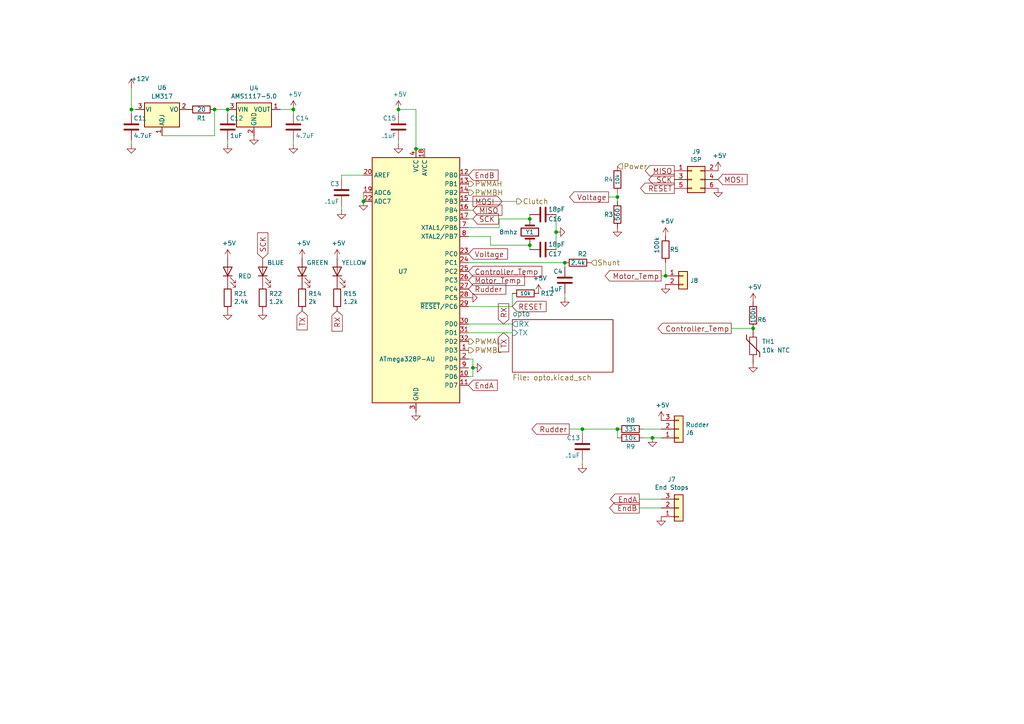
<source format=kicad_sch>
(kicad_sch (version 20231120) (generator "eeschema") (generator_version "8.0")
  (paper "A4")
  (title_block (date "16 nov 2017"))
  (lib_symbols
    (symbol "Connector_Generic:Conn_01x02" (pin_names (offset 1.016) hide)
      (property "Reference" "J" (at 0 2.54 0))
      (property "Value" "Conn_01x02" (at 0 -5.08 0))
      (symbol "Conn_01x02_1_1"
        (rectangle (start -1.27 -2.413) (end 0 -2.667) (stroke (width 0.1524)))
        (rectangle (start -1.27 0.127) (end 0 -0.127) (stroke (width 0.1524)))
        (rectangle (start -1.27 1.27) (end 1.27 -3.81) (stroke (width 0.254)) (fill (type background)))
        (pin passive line (at -5.08 0 0) (length 3.81) (name "Pin_1") (number "1"))
        (pin passive line (at -5.08 -2.54 0) (length 3.81) (name "Pin_2") (number "2"))
      )
    )
    (symbol "Connector_Generic:Conn_01x03" (pin_names (offset 1.016) hide)
      (property "Reference" "J" (at 0 5.08 0))
      (property "Value" "Conn_01x03" (at 0 -5.08 0))
      (symbol "Conn_01x03_1_1"
        (rectangle (start -1.27 -2.413) (end 0 -2.667) (stroke (width 0.1524)))
        (rectangle (start -1.27 0.127) (end 0 -0.127) (stroke (width 0.1524)))
        (rectangle (start -1.27 2.667) (end 0 2.413) (stroke (width 0.1524)))
        (rectangle (start -1.27 3.81) (end 1.27 -3.81) (stroke (width 0.254)) (fill (type background)))
        (pin passive line (at -5.08 2.54 0) (length 3.81) (name "Pin_1") (number "1"))
        (pin passive line (at -5.08 0 0) (length 3.81) (name "Pin_2") (number "2"))
        (pin passive line (at -5.08 -2.54 0) (length 3.81) (name "Pin_3") (number "3"))
      )
    )
    (symbol "Connector_Generic:Conn_02x03_Odd_Even" (pin_names (offset 1.016) hide)
      (property "Reference" "J" (at 1.27 5.08 0))
      (property "Value" "Conn_02x03_Odd_Even" (at 1.27 -5.08 0))
      (symbol "Conn_02x03_Odd_Even_1_1"
        (rectangle (start -1.27 -2.413) (end 0 -2.667) (stroke (width 0.1524)))
        (rectangle (start -1.27 0.127) (end 0 -0.127) (stroke (width 0.1524)))
        (rectangle (start -1.27 2.667) (end 0 2.413) (stroke (width 0.1524)))
        (rectangle (start -1.27 3.81) (end 3.81 -3.81) (stroke (width 0.254)) (fill (type background)))
        (rectangle (start 3.81 -2.413) (end 2.54 -2.667) (stroke (width 0.1524)))
        (rectangle (start 3.81 0.127) (end 2.54 -0.127) (stroke (width 0.1524)))
        (rectangle (start 3.81 2.667) (end 2.54 2.413) (stroke (width 0.1524)))
        (pin passive line (at -5.08 2.54 0) (length 3.81) (name "Pin_1") (number "1"))
        (pin passive line (at 7.62 2.54 180) (length 3.81) (name "Pin_2") (number "2"))
        (pin passive line (at -5.08 0 0) (length 3.81) (name "Pin_3") (number "3"))
        (pin passive line (at 7.62 0 180) (length 3.81) (name "Pin_4") (number "4"))
        (pin passive line (at -5.08 -2.54 0) (length 3.81) (name "Pin_5") (number "5"))
        (pin passive line (at 7.62 -2.54 180) (length 3.81) (name "Pin_6") (number "6"))
      )
    )
    (symbol "Device:C" (pin_numbers hide) (pin_names (offset 0.254))
      (property "Reference" "C" (at 0.635 2.54 0))
      (property "Value" "C" (at 0.635 -2.54 0))
      (symbol "C_0_1"
        (polyline (pts (xy -2.032 -0.762) (xy 2.032 -0.762)) (stroke (width 0.508)))
        (polyline (pts (xy -2.032 0.762) (xy 2.032 0.762)) (stroke (width 0.508)))
      )
      (symbol "C_1_1"
        (pin passive line (at 0 3.81 270) (length 2.794) (name "~") (number "1"))
        (pin passive line (at 0 -3.81 90) (length 2.794) (name "~") (number "2"))
      )
    )
    (symbol "Device:Crystal" (pin_numbers hide) (pin_names (offset 1.016) hide)
      (property "Reference" "Y" (at 0 3.81 0))
      (property "Value" "Crystal" (at 0 -3.81 0))
      (symbol "Crystal_0_1"
        (rectangle (start -1.143 2.54) (end 1.143 -2.54) (stroke (width 0.3048)))
        (polyline (pts (xy -2.54 0) (xy -1.905 0)))
        (polyline (pts (xy -1.905 -1.27) (xy -1.905 1.27)) (stroke (width 0.508)))
        (polyline (pts (xy 1.905 -1.27) (xy 1.905 1.27)) (stroke (width 0.508)))
        (polyline (pts (xy 2.54 0) (xy 1.905 0)))
      )
      (symbol "Crystal_1_1"
        (pin passive line (at -3.81 0 0) (length 1.27) (name "1") (number "1"))
        (pin passive line (at 3.81 0 180) (length 1.27) (name "2") (number "2"))
      )
    )
    (symbol "Device:LED" (pin_numbers hide) (pin_names (offset 1.016) hide)
      (property "Reference" "D" (at 0 2.54 0))
      (property "Value" "LED" (at 0 -2.54 0))
      (symbol "LED_0_1"
        (polyline (pts (xy -1.27 -1.27) (xy -1.27 1.27)) (stroke (width 0.254)))
        (polyline (pts (xy -1.27 0) (xy 1.27 0)))
        (polyline (pts (xy 1.27 -1.27) (xy 1.27 1.27) (xy -1.27 0) (xy 1.27 -1.27)) (stroke (width 0.254)))
        (polyline (pts (xy -3.048 -0.762) (xy -4.572 -2.286) (xy -3.81 -2.286) (xy -4.572 -2.286) (xy -4.572 -1.524)))
        (polyline (pts (xy -1.778 -0.762) (xy -3.302 -2.286) (xy -2.54 -2.286) (xy -3.302 -2.286) (xy -3.302 -1.524)))
      )
      (symbol "LED_1_1"
        (pin passive line (at -3.81 0 0) (length 2.54) (name "K") (number "1"))
        (pin passive line (at 3.81 0 180) (length 2.54) (name "A") (number "2"))
      )
    )
    (symbol "Device:R" (pin_numbers hide) (pin_names (offset 0))
      (property "Reference" "R" (at 2.032 0 90))
      (property "Value" "R" (at 0 0 90))
      (symbol "R_0_1"
        (rectangle (start -1.016 -2.54) (end 1.016 2.54) (stroke (width 0.254)))
      )
      (symbol "R_1_1"
        (pin passive line (at 0 3.81 270) (length 1.27) (name "~") (number "1"))
        (pin passive line (at 0 -3.81 90) (length 1.27) (name "~") (number "2"))
      )
    )
    (symbol "Device:Thermistor" (pin_numbers hide) (pin_names (offset 0))
      (property "Reference" "TH" (at 2.54 1.27 90))
      (property "Value" "Thermistor" (at -2.54 0 90))
      (symbol "Thermistor_0_1"
        (rectangle (start -1.016 2.54) (end 1.016 -2.54) (stroke (width 0.2032)))
        (polyline (pts (xy -1.905 3.175) (xy -1.905 1.905) (xy 1.905 -1.905) (xy 1.905 -3.175) (xy 1.905 -3.175)) (stroke (width 0.254)))
      )
      (symbol "Thermistor_1_1"
        (pin passive line (at 0 5.08 270) (length 2.54) (name "~") (number "1"))
        (pin passive line (at 0 -5.08 90) (length 2.54) (name "~") (number "2"))
      )
    )
    (symbol "MCU_Microchip_ATmega:ATmega328P-A"
      (property "Reference" "U" (at -12.7 36.83 0))
      (property "Value" "ATmega328P-A" (at 2.54 -36.83 0))
      (symbol "ATmega328P-A_0_1"
        (rectangle (start -12.7 -35.56) (end 12.7 35.56) (stroke (width 0.254)) (fill (type background)))
      )
      (symbol "ATmega328P-A_1_1"
        (pin bidirectional line (at 15.24 -20.32 180) (length 2.54) (name "PD3") (number "1"))
        (pin bidirectional line (at 15.24 -27.94 180) (length 2.54) (name "PD6") (number "10"))
        (pin bidirectional line (at 15.24 -30.48 180) (length 2.54) (name "PD7") (number "11"))
        (pin bidirectional line (at 15.24 30.48 180) (length 2.54) (name "PB0") (number "12"))
        (pin bidirectional line (at 15.24 27.94 180) (length 2.54) (name "PB1") (number "13"))
        (pin bidirectional line (at 15.24 25.4 180) (length 2.54) (name "PB2") (number "14"))
        (pin bidirectional line (at 15.24 22.86 180) (length 2.54) (name "PB3") (number "15"))
        (pin bidirectional line (at 15.24 20.32 180) (length 2.54) (name "PB4") (number "16"))
        (pin bidirectional line (at 15.24 17.78 180) (length 2.54) (name "PB5") (number "17"))
        (pin power_in line (at 2.54 38.1 270) (length 2.54) (name "AVCC") (number "18"))
        (pin input line (at -15.24 25.4 0) (length 2.54) (name "ADC6") (number "19"))
        (pin bidirectional line (at 15.24 -22.86 180) (length 2.54) (name "PD4") (number "2"))
        (pin passive line (at -15.24 30.48 0) (length 2.54) (name "AREF") (number "20"))
        (pin passive line (at 0 -38.1 90) (length 2.54) hide (name "GND") (number "21"))
        (pin input line (at -15.24 22.86 0) (length 2.54) (name "ADC7") (number "22"))
        (pin bidirectional line (at 15.24 7.62 180) (length 2.54) (name "PC0") (number "23"))
        (pin bidirectional line (at 15.24 5.08 180) (length 2.54) (name "PC1") (number "24"))
        (pin bidirectional line (at 15.24 2.54 180) (length 2.54) (name "PC2") (number "25"))
        (pin bidirectional line (at 15.24 0 180) (length 2.54) (name "PC3") (number "26"))
        (pin bidirectional line (at 15.24 -2.54 180) (length 2.54) (name "PC4") (number "27"))
        (pin bidirectional line (at 15.24 -5.08 180) (length 2.54) (name "PC5") (number "28"))
        (pin bidirectional line (at 15.24 -7.62 180) (length 2.54) (name "~{RESET}/PC6") (number "29"))
        (pin power_in line (at 0 -38.1 90) (length 2.54) (name "GND") (number "3"))
        (pin bidirectional line (at 15.24 -12.7 180) (length 2.54) (name "PD0") (number "30"))
        (pin bidirectional line (at 15.24 -15.24 180) (length 2.54) (name "PD1") (number "31"))
        (pin bidirectional line (at 15.24 -17.78 180) (length 2.54) (name "PD2") (number "32"))
        (pin power_in line (at 0 38.1 270) (length 2.54) (name "VCC") (number "4"))
        (pin passive line (at 0 -38.1 90) (length 2.54) hide (name "GND") (number "5"))
        (pin passive line (at 0 38.1 270) (length 2.54) hide (name "VCC") (number "6"))
        (pin bidirectional line (at 15.24 15.24 180) (length 2.54) (name "XTAL1/PB6") (number "7"))
        (pin bidirectional line (at 15.24 12.7 180) (length 2.54) (name "XTAL2/PB7") (number "8"))
        (pin bidirectional line (at 15.24 -25.4 180) (length 2.54) (name "PD5") (number "9"))
      )
    )
    (symbol "Regulator_Linear:AP2204RB-5.0" (pin_names (offset 0.254))
      (property "Reference" "U" (at -5.08 3.175 0))
      (property "Value" "AP2204RB-5.0" (at 0 3.175 0))
      (symbol "AP2204RB-5.0_0_1"
        (rectangle (start -5.08 1.905) (end 5.08 -5.08) (stroke (width 0.254)) (fill (type background)))
      )
      (symbol "AP2204RB-5.0_1_1"
        (pin power_out line (at 7.62 0 180) (length 2.54) (name "VOUT") (number "1"))
        (pin power_in line (at 0 -7.62 90) (length 2.54) (name "GND") (number "2"))
        (pin power_in line (at -7.62 0 0) (length 2.54) (name "VIN") (number "3"))
      )
    )
    (symbol "Regulator_Linear:LM317_TO-252" (pin_names (offset 0.254))
      (property "Reference" "U" (at -3.81 3.175 0))
      (property "Value" "LM317_TO-252" (at 0 3.175 0))
      (symbol "LM317_TO-252_0_1"
        (rectangle (start -5.08 1.905) (end 5.08 -5.08) (stroke (width 0.254)) (fill (type background)))
      )
      (symbol "LM317_TO-252_1_1"
        (pin input line (at 0 -7.62 90) (length 2.54) (name "ADJ") (number "1"))
        (pin power_out line (at 7.62 0 180) (length 2.54) (name "VO") (number "2"))
        (pin power_in line (at -7.62 0 0) (length 2.54) (name "VI") (number "3"))
      )
    )
    (symbol "power:+12V" (power) (pin_numbers hide) (pin_names (offset 0) hide)
      (property "Value" "+12V" (at 0 3.556 0))
      (symbol "+12V_0_1"
        (polyline (pts (xy -0.762 1.27) (xy 0 2.54)))
        (polyline (pts (xy 0 0) (xy 0 2.54)))
        (polyline (pts (xy 0 2.54) (xy 0.762 1.27)))
      )
      (symbol "+12V_1_1"
        (pin power_in line (at 0 0 90) (length 0) (name "~") (number "1"))
      )
    )
    (symbol "power:+5V" (power) (pin_numbers hide) (pin_names (offset 0) hide)
      (property "Value" "+5V" (at 0 3.556 0))
      (symbol "+5V_0_1"
        (polyline (pts (xy -0.762 1.27) (xy 0 2.54)))
        (polyline (pts (xy 0 0) (xy 0 2.54)))
        (polyline (pts (xy 0 2.54) (xy 0.762 1.27)))
      )
      (symbol "+5V_1_1"
        (pin power_in line (at 0 0 90) (length 0) (name "~") (number "1"))
      )
    )
    (symbol "power:GND" (power) (pin_numbers hide) (pin_names (offset 0) hide)
      (property "Value" "GND" (at 0 -3.81 0))
      (symbol "GND_0_1"
        (polyline (pts (xy 0 0) (xy 0 -1.27) (xy 1.27 -1.27) (xy 0 -2.54) (xy -1.27 -1.27) (xy 0 -1.27)))
      )
      (symbol "GND_1_1"
        (pin power_in line (at 0 0 270) (length 0) (name "~") (number "1"))
      )
    )
  )
  (junction (at 85.09 31.75))
  (junction (at 115.57 31.75))
  (junction (at 218.44 95.25))
  (junction (at 137.16 106.68))
  (junction (at 189.23 127))
  (junction (at 120.65 43.18))
  (junction (at 153.67 71.12))
  (junction (at 163.83 76.2))
  (junction (at 179.07 124.46))
  (junction (at 161.29 67.31))
  (junction (at 193.04 80.01))
  (junction (at 66.04 31.75))
  (junction (at 105.41 58.42))
  (junction (at 38.1 31.75))
  (junction (at 153.67 63.5))
  (junction (at 179.07 57.15))
  (junction (at 62.23 31.75))
  (junction (at 168.91 124.46))
  (wire (pts (xy 137.16 104.14) (xy 137.16 106.68)))
  (wire (pts (xy 193.04 80.01) (xy 193.04 76.2)))
  (wire (pts (xy 165.1 124.46) (xy 168.91 124.46)))
  (wire (pts (xy 179.07 127) (xy 179.07 124.46)))
  (wire (pts (xy 85.09 40.64) (xy 85.09 41.91)))
  (wire (pts (xy 115.57 31.75) (xy 115.57 33.02)))
  (wire (pts (xy 38.1 31.75) (xy 38.1 33.02)))
  (wire (pts (xy 142.24 71.12) (xy 142.24 68.58)))
  (wire (pts (xy 120.65 31.75) (xy 120.65 43.18)))
  (wire (pts (xy 148.59 93.98) (xy 135.89 93.98)))
  (wire (pts (xy 38.1 40.64) (xy 38.1 41.91)))
  (wire (pts (xy 168.91 133.35) (xy 168.91 134.62)))
  (wire (pts (xy 153.67 71.12) (xy 153.67 72.39)))
  (wire (pts (xy 99.06 59.69) (xy 99.06 60.96)))
  (wire (pts (xy 135.89 88.9) (xy 148.59 88.9)))
  (wire (pts (xy 144.78 66.04) (xy 144.78 63.5)))
  (wire (pts (xy 212.09 95.25) (xy 218.44 95.25)))
  (wire (pts (xy 135.89 58.42) (xy 149.86 58.42)))
  (wire (pts (xy 62.23 31.75) (xy 66.04 31.75)))
  (wire (pts (xy 105.41 58.42) (xy 105.41 55.88)))
  (wire (pts (xy 99.06 50.8) (xy 99.06 52.07)))
  (wire (pts (xy 191.77 80.01) (xy 193.04 80.01)))
  (wire (pts (xy 161.29 62.23) (xy 161.29 67.31)))
  (wire (pts (xy 38.1 31.75) (xy 38.1 25.4)))
  (wire (pts (xy 168.91 124.46) (xy 179.07 124.46)))
  (wire (pts (xy 46.99 39.37) (xy 62.23 39.37)))
  (wire (pts (xy 99.06 50.8) (xy 105.41 50.8)))
  (wire (pts (xy 148.59 88.9) (xy 148.59 85.09)))
  (wire (pts (xy 168.91 124.46) (xy 168.91 125.73)))
  (wire (pts (xy 153.67 63.5) (xy 153.67 62.23)))
  (wire (pts (xy 179.07 57.15) (xy 176.53 57.15)))
  (wire (pts (xy 137.16 60.96) (xy 135.89 60.96)))
  (wire (pts (xy 85.09 31.75) (xy 81.28 31.75)))
  (wire (pts (xy 148.59 96.52) (xy 135.89 96.52)))
  (wire (pts (xy 66.04 31.75) (xy 66.04 33.02)))
  (wire (pts (xy 135.89 76.2) (xy 163.83 76.2)))
  (wire (pts (xy 161.29 67.31) (xy 161.29 72.39)))
  (wire (pts (xy 137.16 63.5) (xy 135.89 63.5)))
  (wire (pts (xy 142.24 68.58) (xy 135.89 68.58)))
  (wire (pts (xy 120.65 43.18) (xy 123.19 43.18)))
  (wire (pts (xy 115.57 40.64) (xy 115.57 41.91)))
  (wire (pts (xy 144.78 63.5) (xy 153.67 63.5)))
  (wire (pts (xy 185.42 144.78) (xy 191.77 144.78)))
  (wire (pts (xy 135.89 104.14) (xy 137.16 104.14)))
  (wire (pts (xy 163.83 85.09) (xy 163.83 86.36)))
  (wire (pts (xy 137.16 106.68) (xy 137.16 109.22)))
  (wire (pts (xy 85.09 31.75) (xy 85.09 33.02)))
  (wire (pts (xy 189.23 127) (xy 186.69 127)))
  (wire (pts (xy 115.57 31.75) (xy 120.65 31.75)))
  (wire (pts (xy 191.77 147.32) (xy 185.42 147.32)))
  (wire (pts (xy 39.37 31.75) (xy 38.1 31.75)))
  (wire (pts (xy 62.23 39.37) (xy 62.23 31.75)))
  (wire (pts (xy 153.67 71.12) (xy 142.24 71.12)))
  (wire (pts (xy 137.16 109.22) (xy 135.89 109.22)))
  (wire (pts (xy 179.07 57.15) (xy 179.07 58.42)))
  (wire (pts (xy 66.04 40.64) (xy 66.04 41.91)))
  (wire (pts (xy 163.83 76.2) (xy 163.83 77.47)))
  (wire (pts (xy 179.07 55.88) (xy 179.07 57.15)))
  (wire (pts (xy 135.89 66.04) (xy 144.78 66.04)))
  (wire (pts (xy 186.69 124.46) (xy 191.77 124.46)))
  (wire (pts (xy 189.23 127) (xy 191.77 127)))
  (global_label "EndB" (shape output) (at 185.42 147.32 180) (effects (font (size 1.524 1.524))) (property "Intersheetrefs" "${INTERSHEET_REFS}" (effects (hide yes))))
  (global_label "MISO" (shape output) (at 195.58 49.53 180) (effects (font (size 1.524 1.524))) (property "Intersheetrefs" "${INTERSHEET_REFS}" (effects (hide yes))))
  (global_label "SCK" (shape input) (at 137.16 63.5 0) (effects (font (size 1.524 1.524))) (property "Intersheetrefs" "${INTERSHEET_REFS}" (effects (hide yes))))
  (global_label "Controller_Temp" (shape output) (at 212.09 95.25 180) (effects (font (size 1.524 1.524))) (property "Intersheetrefs" "${INTERSHEET_REFS}" (effects (hide yes))))
  (global_label "Voltage" (shape output) (at 176.53 57.15 180) (effects (font (size 1.524 1.524))) (property "Intersheetrefs" "${INTERSHEET_REFS}" (effects (hide yes))))
  (global_label "Controller_Temp" (shape input) (at 135.89 78.74 0) (effects (font (size 1.524 1.524))) (property "Intersheetrefs" "${INTERSHEET_REFS}" (effects (hide yes))))
  (global_label "MISO" (shape input) (at 137.16 60.96 0) (effects (font (size 1.524 1.524))) (property "Intersheetrefs" "${INTERSHEET_REFS}" (effects (hide yes))))
  (global_label "EndA" (shape input) (at 135.89 111.76 0) (effects (font (size 1.524 1.524))) (property "Intersheetrefs" "${INTERSHEET_REFS}" (effects (hide yes))))
  (global_label "TX" (shape input) (at 87.63 90.17 270) (effects (font (size 1.524 1.524))) (property "Intersheetrefs" "${INTERSHEET_REFS}" (effects (hide yes))))
  (global_label "RX" (shape input) (at 97.79 90.17 270) (effects (font (size 1.524 1.524))) (property "Intersheetrefs" "${INTERSHEET_REFS}" (effects (hide yes))))
  (global_label "Motor_Temp" (shape output) (at 191.77 80.01 180) (effects (font (size 1.524 1.524))) (property "Intersheetrefs" "${INTERSHEET_REFS}" (effects (hide yes))))
  (global_label "RESET" (shape input) (at 148.59 88.9 0) (effects (font (size 1.524 1.524))) (property "Intersheetrefs" "${INTERSHEET_REFS}" (effects (hide yes))))
  (global_label "Voltage" (shape input) (at 135.89 73.66 0) (effects (font (size 1.524 1.524))) (property "Intersheetrefs" "${INTERSHEET_REFS}" (effects (hide yes))))
  (global_label "MOSI" (shape input) (at 208.28 52.07 0) (effects (font (size 1.524 1.524))) (property "Intersheetrefs" "${INTERSHEET_REFS}" (effects (hide yes))))
  (global_label "Rudder" (shape input) (at 135.89 83.82 0) (effects (font (size 1.524 1.524))) (property "Intersheetrefs" "${INTERSHEET_REFS}" (effects (hide yes))))
  (global_label "SCK" (shape input) (at 76.2 74.93 90) (effects (font (size 1.524 1.524))) (property "Intersheetrefs" "${INTERSHEET_REFS}" (effects (hide yes))))
  (global_label "Motor_Temp" (shape input) (at 135.89 81.28 0) (effects (font (size 1.524 1.524))) (property "Intersheetrefs" "${INTERSHEET_REFS}" (effects (hide yes))))
  (global_label "TX" (shape input) (at 146.05 96.52 270) (effects (font (size 1.524 1.524))) (property "Intersheetrefs" "${INTERSHEET_REFS}" (effects (hide yes))))
  (global_label "Rudder" (shape output) (at 165.1 124.46 180) (effects (font (size 1.524 1.524))) (property "Intersheetrefs" "${INTERSHEET_REFS}" (effects (hide yes))))
  (global_label "RX" (shape input) (at 146.05 93.98 90) (effects (font (size 1.524 1.524))) (property "Intersheetrefs" "${INTERSHEET_REFS}" (effects (hide yes))))
  (global_label "EndA" (shape output) (at 185.42 144.78 180) (effects (font (size 1.524 1.524))) (property "Intersheetrefs" "${INTERSHEET_REFS}" (effects (hide yes))))
  (global_label "SCK" (shape output) (at 195.58 52.07 180) (effects (font (size 1.524 1.524))) (property "Intersheetrefs" "${INTERSHEET_REFS}" (effects (hide yes))))
  (global_label "MOSI" (shape output) (at 137.16 58.42 0) (effects (font (size 1.524 1.524))) (property "Intersheetrefs" "${INTERSHEET_REFS}" (effects (hide yes))))
  (global_label "RESET" (shape output) (at 195.58 54.61 180) (effects (font (size 1.524 1.524))) (property "Intersheetrefs" "${INTERSHEET_REFS}" (effects (hide yes))))
  (global_label "EndB" (shape input) (at 135.89 50.8 0) (effects (font (size 1.524 1.524))) (property "Intersheetrefs" "${INTERSHEET_REFS}" (effects (hide yes))))
  (hierarchical_label "PWMAL" (shape output) (at 135.89 99.06 0) (effects (font (size 1.524 1.524))))
  (hierarchical_label "Power" (shape input) (at 179.07 48.26 0) (effects (font (size 1.524 1.524))))
  (hierarchical_label "Shunt" (shape input) (at 171.45 76.2 0) (effects (font (size 1.524 1.524))))
  (hierarchical_label "Clutch" (shape output) (at 149.86 58.42 0) (effects (font (size 1.524 1.524))))
  (hierarchical_label "PWMAH" (shape output) (at 135.89 53.34 0) (effects (font (size 1.524 1.524))))
  (hierarchical_label "PWMBL" (shape output) (at 135.89 101.6 0) (effects (font (size 1.524 1.524))))
  (hierarchical_label "PWMBH" (shape output) (at 135.89 55.88 0) (effects (font (size 1.524 1.524))))
  (symbol (lib_id "power:GND") (at 191.77 149.86 0) (unit 1)
    (property "Reference" "#PWR04" (effects (hide yes)))
    (property "Value" "GND" (effects (hide yes)))
  )
  (symbol (lib_id "Device:R") (at 167.64 76.2 270) (unit 1)
    (property "Reference" "R2" (at 168.91 73.66 90))
    (property "Value" "2.4k" (at 167.64 76.2 90))
    (property "Footprint" "Resistor_SMD:R_0805_2012Metric" (effects (hide yes)))
    (property "LCSC" "C17526" (effects (hide yes)))
  )
  (symbol (lib_id "power:GND") (at 120.65 119.38 0) (unit 1)
    (property "Reference" "#PWR06" (effects (hide yes)))
    (property "Value" "GND" (effects (hide yes)))
  )
  (symbol (lib_id "Device:Thermistor") (at 218.44 100.33 0) (unit 1)
    (property "Reference" "TH1" (at 220.98 99.06 0) (effects (justify left)))
    (property "Value" "10k NTC" (at 220.98 101.6 0) (effects (justify left)))
    (property "Footprint" "Resistor_SMD:R_0805_2012Metric" (effects (hide yes)))
    (property "Datasheet" "C51597, C72672" (effects (hide yes)))
    (property "LCSC" "C72672" (effects (hide yes)))
  )
  (symbol (lib_id "Connector_Generic:Conn_01x02") (at 198.12 80.01 0) (unit 1)
    (property "Reference" "J8" (at 200.152 81.3816 0) (effects (justify left)))
    (property "Value" "Conn_01x02" (effects (hide yes)))
    (property "Footprint" "Connector_PinHeader_2.54mm:PinHeader_1x02_P2.54mm_Vertical" (effects (hide yes)))
  )
  (symbol (lib_id "Device:R") (at 218.44 91.44 0) (unit 1)
    (property "Reference" "R6" (at 220.98 92.71 0))
    (property "Value" "100k" (at 218.44 91.44 90))
    (property "Footprint" "Resistor_SMD:R_0805_2012Metric" (effects (hide yes)))
    (property "LCSC" "C149504" (effects (hide yes)))
  )
  (symbol (lib_id "power:GND") (at 193.04 82.55 0) (unit 1)
    (property "Reference" "#PWR07" (effects (hide yes)))
    (property "Value" "GND" (effects (hide yes)))
  )
  (symbol (lib_id "Connector_Generic:Conn_01x03") (at 196.85 124.46 0) (mirror x) (unit 1)
    (property "Reference" "J6" (at 198.8566 125.5268 0) (effects (justify left)))
    (property "Value" "Rudder" (at 198.8566 123.2154 0) (effects (justify left)))
    (property "Footprint" "Connector_PinHeader_2.54mm:PinHeader_1x03_P2.54mm_Vertical" (effects (hide yes)))
  )
  (symbol (lib_id "power:GND") (at 189.23 127 0) (unit 1)
    (property "Reference" "#PWR08" (effects (hide yes)))
    (property "Value" "GND" (effects (hide yes)))
  )
  (symbol (lib_id "Device:R") (at 182.88 124.46 90) (unit 1)
    (property "Reference" "R8" (at 182.88 121.92 90))
    (property "Value" "33k" (at 182.88 124.46 90))
    (property "Footprint" "Resistor_SMD:R_0805_2012Metric" (effects (hide yes)))
    (property "LCSC" "C17633" (effects (hide yes)))
  )
  (symbol (lib_id "Device:R") (at 182.88 127 90) (unit 1)
    (property "Reference" "R9" (at 182.88 129.54 90))
    (property "Value" "10k" (at 182.88 127 90))
    (property "Footprint" "Resistor_SMD:R_0805_2012Metric" (effects (hide yes)))
    (property "LCSC" "C17414" (effects (hide yes)))
  )
  (symbol (lib_id "Device:R") (at 58.42 31.75 90) (unit 1)
    (property "Reference" "R1" (at 58.42 34.29 90))
    (property "Value" "20" (at 58.42 31.75 90))
    (property "Footprint" "Resistor_SMD:R_1206_3216Metric" (effects (hide yes)))
    (property "LCSC" "C17955" (effects (hide yes)))
  )
  (symbol (lib_id "power:+12V") (at 38.1 25.4 0) (unit 1)
    (property "Reference" "#PWR028" (effects (hide yes)))
    (property "Value" "+12V" (at 40.64 22.86 0))
  )
  (symbol (lib_id "Connector_Generic:Conn_01x03") (at 196.85 147.32 0) (mirror x) (unit 1)
    (property "Reference" "J7" (at 194.818 139.065 0))
    (property "Value" "End Stops" (at 194.818 141.3764 0))
    (property "Footprint" "Connector_PinHeader_2.54mm:PinHeader_1x03_P2.54mm_Vertical" (effects (hide yes)))
  )
  (symbol (lib_id "power:GND") (at 179.07 66.04 0) (unit 1)
    (property "Reference" "#PWR0114" (effects (hide yes)))
    (property "Value" "GND" (effects (hide yes)))
  )
  (symbol (lib_id "power:GND") (at 218.44 105.41 0) (unit 1)
    (property "Reference" "#PWR0115" (effects (hide yes)))
    (property "Value" "GND" (effects (hide yes)))
  )
  (symbol (lib_id "Device:R") (at 193.04 72.39 0) (unit 1)
    (property "Reference" "R5" (at 195.58 72.39 0))
    (property "Value" "100k" (at 190.5 71.12 90))
    (property "Footprint" "Resistor_SMD:R_0805_2012Metric" (effects (hide yes)))
    (property "LCSC" "C149504" (effects (hide yes)))
  )
  (symbol (lib_id "power:GND") (at 73.66 39.37 0) (unit 1)
    (property "Reference" "#PWR0118" (effects (hide yes)))
    (property "Value" "GND" (effects (hide yes)))
  )
  (symbol (lib_id "Device:C") (at 99.06 55.88 0) (mirror y) (unit 1)
    (property "Reference" "C3" (at 98.425 53.34 0) (effects (justify left)))
    (property "Value" ".1uF" (at 98.425 58.42 0) (effects (justify left)))
    (property "Footprint" "Capacitor_SMD:C_0805_2012Metric" (effects (hide yes)))
    (property "Description" "Unpolarized capacitor" (effects (hide yes)))
    (property "LCSC" "C49678" (effects (hide yes)))
  )
  (symbol (lib_id "power:GND") (at 99.06 60.96 0) (unit 1)
    (property "Reference" "#PWR0119" (effects (hide yes)))
    (property "Value" "GND" (effects (hide yes)))
  )
  (symbol (lib_id "Connector_Generic:Conn_02x03_Odd_Even") (at 200.66 52.07 0) (unit 1)
    (property "Reference" "J9" (at 201.93 44.0182 0))
    (property "Value" "ISP" (at 201.93 46.3296 0))
    (property "Footprint" "Connector_PinHeader_2.54mm:PinHeader_2x03_P2.54mm_Vertical_SMD" (effects (hide yes)))
    (property "Description" "Generic connector, double row, 02x03, odd/even pin numbering scheme (row 1 odd numbers, row 2 even numbers), script generated (kicad-library-utils/schlib/autogen/connector/)" (effects (hide yes)))
    (property "LCSC" "C192301" (effects (hide yes)))
  )
  (symbol (lib_id "power:GND") (at 208.28 54.61 0) (unit 1)
    (property "Reference" "#PWR0121" (effects (hide yes)))
    (property "Value" "GND" (effects (hide yes)))
  )
  (symbol (lib_id "Device:C") (at 85.09 36.83 0) (unit 1)
    (property "Reference" "C14" (at 85.725 34.29 0) (effects (justify left)))
    (property "Value" "4.7uF" (at 85.725 39.37 0) (effects (justify left)))
    (property "Footprint" "Capacitor_SMD:C_1206_3216Metric" (effects (hide yes)))
    (property "Description" "Unpolarized capacitor" (effects (hide yes)))
    (property "LCSC" " C29823" (effects (hide yes)))
  )
  (symbol (lib_id "Device:R") (at 152.4 85.09 90) (mirror x) (unit 1)
    (property "Reference" "R12" (at 158.75 85.09 90))
    (property "Value" "10k" (at 152.4 85.09 90) (effects (font (size 1.0922 1.0922))))
    (property "Footprint" "Resistor_SMD:R_0805_2012Metric" (effects (hide yes)))
    (property "LCSC" "C17414" (effects (hide yes)))
  )
  (symbol (lib_id "power:GND") (at 85.09 41.91 0) (unit 1)
    (property "Reference" "#PWR0127" (effects (hide yes)))
    (property "Value" "GND" (effects (hide yes)))
  )
  (symbol (lib_id "Device:LED") (at 66.04 78.74 90) (unit 1)
    (property "Reference" "LED1" (effects (hide yes)))
    (property "Value" "RED" (at 69.0372 80.0862 90) (effects (justify right)))
    (property "Footprint" "LED_SMD:LED_0805_2012Metric" (effects (hide yes)))
    (property "LCSC" "C84256" (effects (hide yes)))
  )
  (symbol (lib_id "Device:R") (at 66.04 86.36 0) (unit 1)
    (property "Reference" "R21" (at 67.818 85.1916 0) (effects (justify left)))
    (property "Value" "2.4k" (at 67.818 87.503 0) (effects (justify left)))
    (property "Footprint" "Resistor_SMD:R_0805_2012Metric" (effects (hide yes)))
    (property "LCSC" "C17526" (effects (hide yes)))
  )
  (symbol (lib_id "power:GND") (at 66.04 90.17 0) (unit 1)
    (property "Reference" "#PWR0103" (effects (hide yes)))
    (property "Value" "GND" (effects (hide yes)))
  )
  (symbol (lib_id "Device:LED") (at 76.2 78.74 90) (unit 1)
    (property "Reference" "LED2" (effects (hide yes)))
    (property "Value" "BLUE" (at 77.47 76.2 90) (effects (justify right)))
    (property "Footprint" "LED_SMD:LED_0603_1608Metric" (effects (hide yes)))
    (property "LCSC" "C2290" (effects (hide yes)))
  )
  (symbol (lib_id "Device:R") (at 76.2 86.36 0) (unit 1)
    (property "Reference" "R22" (at 77.978 85.1916 0) (effects (justify left)))
    (property "Value" "1.2k" (at 77.978 87.503 0) (effects (justify left)))
    (property "Footprint" "Resistor_SMD:R_0805_2012Metric" (effects (hide yes)))
    (property "LCSC" "C17379" (effects (hide yes)))
  )
  (symbol (lib_id "power:GND") (at 76.2 90.17 0) (unit 1)
    (property "Reference" "#PWR0105" (effects (hide yes)))
    (property "Value" "GND" (effects (hide yes)))
  )
  (symbol (lib_id "Device:C") (at 38.1 36.83 0) (unit 1)
    (property "Reference" "C11" (at 38.735 34.29 0) (effects (justify left)))
    (property "Value" "4.7uF" (at 38.735 39.37 0) (effects (justify left)))
    (property "Footprint" "Capacitor_SMD:C_1206_3216Metric" (effects (hide yes)))
    (property "Description" "Unpolarized capacitor" (effects (hide yes)))
    (property "LCSC" " C29823" (effects (hide yes)))
  )
  (symbol (lib_id "power:GND") (at 38.1 41.91 0) (unit 1)
    (property "Reference" "#PWR0101" (effects (hide yes)))
    (property "Value" "GND" (effects (hide yes)))
  )
  (symbol (lib_id "power:GND") (at 137.16 106.68 90) (unit 1)
    (property "Reference" "#PWR0116" (effects (hide yes)))
    (property "Value" "GND" (effects (hide yes)))
  )
  (symbol (lib_id "power:+5V") (at 191.77 121.92 0) (unit 1)
    (property "Reference" "#PWR0120" (effects (hide yes)))
    (property "Value" "+5V" (at 192.151 117.5258 0))
  )
  (symbol (lib_id "Device:C") (at 157.48 72.39 270) (unit 1)
    (property "Reference" "C17" (at 159.004 73.66 90) (effects (justify left)))
    (property "Value" "18pF" (at 159.004 70.866 90) (effects (justify left)))
    (property "Footprint" "Capacitor_SMD:C_0805_2012Metric" (effects (hide yes)))
    (property "Description" "Unpolarized capacitor" (effects (hide yes)))
    (property "LCSC" "C1792" (effects (hide yes)))
  )
  (symbol (lib_id "Device:Crystal") (at 153.67 67.31 270) (unit 1)
    (property "Reference" "Y1" (at 152.4 67.31 90) (effects (justify left)))
    (property "Value" "8mhz" (at 144.78 67.31 90) (effects (justify left)))
    (property "Footprint" "Crystal:Crystal_SMD_5032-2Pin_5.0x3.2mm" (effects (hide yes)))
    (property "LCSC" "C115962" (effects (hide yes)))
  )
  (symbol (lib_id "power:GND") (at 161.29 67.31 90) (unit 1)
    (property "Reference" "#PWR0122" (effects (hide yes)))
    (property "Value" "GND" (effects (hide yes)))
  )
  (symbol (lib_id "Device:C") (at 157.48 62.23 270) (unit 1)
    (property "Reference" "C16" (at 159.004 63.5 90) (effects (justify left)))
    (property "Value" "18pF" (at 159.004 60.706 90) (effects (justify left)))
    (property "Footprint" "Capacitor_SMD:C_0805_2012Metric" (effects (hide yes)))
    (property "Description" "Unpolarized capacitor" (effects (hide yes)))
    (property "LCSC" "C1797" (effects (hide yes)))
  )
  (symbol (lib_id "power:+5V") (at 115.57 31.75 0) (unit 1)
    (property "Reference" "#PWR0129" (effects (hide yes)))
    (property "Value" "+5V" (at 115.951 27.3558 0))
  )
  (symbol (lib_id "power:+5V") (at 85.09 31.75 0) (unit 1)
    (property "Reference" "#PWR0130" (effects (hide yes)))
    (property "Value" "+5V" (at 85.471 27.3558 0))
  )
  (symbol (lib_id "Regulator_Linear:LM317_TO-252") (at 46.99 31.75 0) (unit 1)
    (property "Reference" "U6" (at 46.99 25.4 0))
    (property "Value" "LM317" (at 46.99 27.94 0))
    (property "Footprint" "Package_TO_SOT_SMD:TO-252-2" (effects (hide yes)))
    (property "Datasheet" "C75510" (effects (hide yes)))
    (property "LCSC" "C68136" (effects (hide yes)))
  )
  (symbol (lib_id "power:+5V") (at 66.04 74.93 0) (unit 1)
    (property "Reference" "#PWR0104" (effects (hide yes)))
    (property "Value" "+5V" (at 66.421 70.5358 0))
  )
  (symbol (lib_id "power:+5V") (at 193.04 68.58 0) (unit 1)
    (property "Reference" "#PWR0107" (effects (hide yes)))
    (property "Value" "+5V" (at 193.421 64.1858 0))
  )
  (symbol (lib_id "power:+5V") (at 156.21 85.09 0) (unit 1)
    (property "Reference" "#PWR0124" (effects (hide yes)))
    (property "Value" "+5V" (at 156.591 80.6958 0))
  )
  (symbol (lib_id "Device:C") (at 66.04 36.83 0) (unit 1)
    (property "Reference" "C12" (at 66.675 34.29 0) (effects (justify left)))
    (property "Value" "1uF" (at 66.675 39.37 0) (effects (justify left)))
    (property "Footprint" "Capacitor_SMD:C_0805_2012Metric" (effects (hide yes)))
    (property "Description" "Unpolarized capacitor" (effects (hide yes)))
    (property "LCSC" "C28323" (effects (hide yes)))
  )
  (symbol (lib_id "power:GND") (at 115.57 41.91 0) (unit 1)
    (property "Reference" "#PWR0112" (effects (hide yes)))
    (property "Value" "GND" (effects (hide yes)))
  )
  (symbol (lib_id "power:+5V") (at 208.28 49.53 0) (unit 1)
    (property "Reference" "#PWR0113" (effects (hide yes)))
    (property "Value" "+5V" (at 208.661 45.1358 0))
  )
  (symbol (lib_id "power:+5V") (at 218.44 87.63 0) (unit 1)
    (property "Reference" "#PWR0102" (effects (hide yes)))
    (property "Value" "+5V" (at 218.821 83.2358 0))
  )
  (symbol (lib_id "power:GND") (at 66.04 41.91 0) (unit 1)
    (property "Reference" "#PWR01" (effects (hide yes)))
    (property "Value" "GND" (effects (hide yes)))
  )
  (symbol (lib_id "Device:C") (at 115.57 36.83 0) (mirror y) (unit 1)
    (property "Reference" "C15" (at 114.935 34.29 0) (effects (justify left)))
    (property "Value" ".1uF" (at 114.935 39.37 0) (effects (justify left)))
    (property "Footprint" "Capacitor_SMD:C_0805_2012Metric" (effects (hide yes)))
    (property "Description" "Unpolarized capacitor" (effects (hide yes)))
    (property "LCSC" "C49678" (effects (hide yes)))
  )
  (symbol (lib_id "Device:LED") (at 87.63 78.74 90) (unit 1)
    (property "Reference" "LED3" (effects (hide yes)))
    (property "Value" "GREEN" (at 88.9 76.2 90) (effects (justify right)))
    (property "Footprint" "LED_SMD:LED_0805_2012Metric" (effects (hide yes)))
    (property "LCSC" "C2297" (effects (hide yes)))
  )
  (symbol (lib_id "power:GND") (at 135.89 86.36 90) (unit 1)
    (property "Reference" "#PWR0109" (effects (hide yes)))
    (property "Value" "GND" (effects (hide yes)))
  )
  (symbol (lib_id "Device:R") (at 179.07 62.23 180) (unit 1)
    (property "Reference" "R3" (at 176.53 62.23 0))
    (property "Value" "560" (at 179.07 62.23 90))
    (property "Footprint" "Resistor_SMD:R_0805_2012Metric" (effects (hide yes)))
    (property "LCSC" "C28636" (effects (hide yes)))
  )
  (symbol (lib_id "Device:R") (at 179.07 52.07 0) (mirror y) (unit 1)
    (property "Reference" "R4" (at 176.53 52.07 0))
    (property "Value" "10k" (at 179.07 52.07 90) (effects (font (size 1.0922 1.0922))))
    (property "Footprint" "Resistor_SMD:R_0805_2012Metric" (effects (hide yes)))
    (property "LCSC" "C17414" (effects (hide yes)))
  )
  (symbol (lib_id "power:+5V") (at 87.63 74.93 0) (unit 1)
    (property "Reference" "#PWR0106" (effects (hide yes)))
    (property "Value" "+5V" (at 88.011 70.5358 0))
  )
  (symbol (lib_id "Device:LED") (at 97.79 78.74 90) (unit 1)
    (property "Reference" "LED4" (effects (hide yes)))
    (property "Value" "YELLOW" (at 99.06 76.2 90) (effects (justify right)))
    (property "Footprint" "LED_SMD:LED_0805_2012Metric" (effects (hide yes)))
    (property "LCSC" " C2296" (effects (hide yes)))
  )
  (symbol (lib_id "power:+5V") (at 97.79 74.93 0) (unit 1)
    (property "Reference" "#PWR0108" (effects (hide yes)))
    (property "Value" "+5V" (at 98.171 70.5358 0))
  )
  (symbol (lib_id "power:GND") (at 105.41 58.42 0) (unit 1)
    (property "Reference" "#PWR0110" (effects (hide yes)))
    (property "Value" "GND" (effects (hide yes)))
  )
  (symbol (lib_id "Device:R") (at 87.63 86.36 0) (unit 1)
    (property "Reference" "R14" (at 89.408 85.1916 0) (effects (justify left)))
    (property "Value" "2k" (at 89.408 87.503 0) (effects (justify left)))
    (property "Footprint" "Resistor_SMD:R_0805_2012Metric" (effects (hide yes)))
    (property "LCSC" "C17604" (effects (hide yes)))
  )
  (symbol (lib_id "Device:R") (at 97.79 86.36 0) (unit 1)
    (property "Reference" "R15" (at 99.568 85.1916 0) (effects (justify left)))
    (property "Value" "1.2k" (at 99.568 87.503 0) (effects (justify left)))
    (property "Footprint" "Resistor_SMD:R_0805_2012Metric" (effects (hide yes)))
    (property "LCSC" "C17379" (effects (hide yes)))
  )
  (symbol (lib_id "Device:C") (at 163.83 81.28 0) (mirror y) (unit 1)
    (property "Reference" "C4" (at 163.195 78.74 0) (effects (justify left)))
    (property "Value" ".1uF" (at 163.195 83.82 0) (effects (justify left)))
    (property "Footprint" "Capacitor_SMD:C_0805_2012Metric" (effects (hide yes)))
    (property "Description" "Unpolarized capacitor" (effects (hide yes)))
    (property "LCSC" "C49678" (effects (hide yes)))
  )
  (symbol (lib_id "power:GND") (at 163.83 86.36 0) (unit 1)
    (property "Reference" "#PWR0111" (effects (hide yes)))
    (property "Value" "GND" (effects (hide yes)))
  )
  (symbol (lib_id "Device:C") (at 168.91 129.54 0) (mirror y) (unit 1)
    (property "Reference" "C13" (at 168.275 127 0) (effects (justify left)))
    (property "Value" ".1uF" (at 168.275 132.08 0) (effects (justify left)))
    (property "Footprint" "Capacitor_SMD:C_0805_2012Metric" (effects (hide yes)))
    (property "Description" "Unpolarized capacitor" (effects (hide yes)))
    (property "LCSC" "C49678" (effects (hide yes)))
  )
  (symbol (lib_id "power:GND") (at 168.91 134.62 0) (unit 1)
    (property "Reference" "#PWR0117" (effects (hide yes)))
    (property "Value" "GND" (effects (hide yes)))
  )
  (symbol (lib_id "Regulator_Linear:AP2204RB-5.0") (at 73.66 31.75 0) (unit 1)
    (property "Reference" "U4" (at 73.66 25.6032 0))
    (property "Value" "AMS1117-5.0" (at 73.66 27.9146 0))
    (property "Footprint" "Package_TO_SOT_SMD:SOT-223-3_TabPin2" (effects (hide yes)))
    (property "Datasheet" "C513030" (effects (hide yes)))
    (property "LCSC" "C725695" (effects (hide yes)))
  )
  (symbol (lib_id "MCU_Microchip_ATmega:ATmega328P-A") (at 120.65 81.28 0) (unit 1)
    (property "Reference" "U7" (at 116.84 78.74 0))
    (property "Value" "ATmega328P-AU" (at 118.11 104.14 0))
    (property "Footprint" "Package_QFP:TQFP-32_7x7mm_P0.8mm" (effects (hide yes)))
    (property "Datasheet" "http://ww1.microchip.com/downloads/en/DeviceDoc/ATmega328_P%20AVR%20MCU%20with%20picoPower%20Technology%20Data%20Sheet%2040001984A.pdf" (effects (hide yes)))
    (property "LCSC" "C14877" (effects (hide yes)))
  )
  (sheet (at 148.59 92.71) (size 29.21 15.24)
    (property "Sheetname" "opto" (at 148.59 91.8714 0) (effects (font (size 1.524 1.524)) (justify left bottom)))
    (property "Sheetfile" "opto.kicad_sch" (at 148.59 108.6362 0) (effects (font (size 1.524 1.524)) (justify left top)))
    (pin "TX" input (at 148.59 96.52 180) (effects (font (size 1.524 1.524))))
    (pin "RX" output (at 148.59 93.98 180) (effects (font (size 1.524 1.524))))
  )
)
</source>
